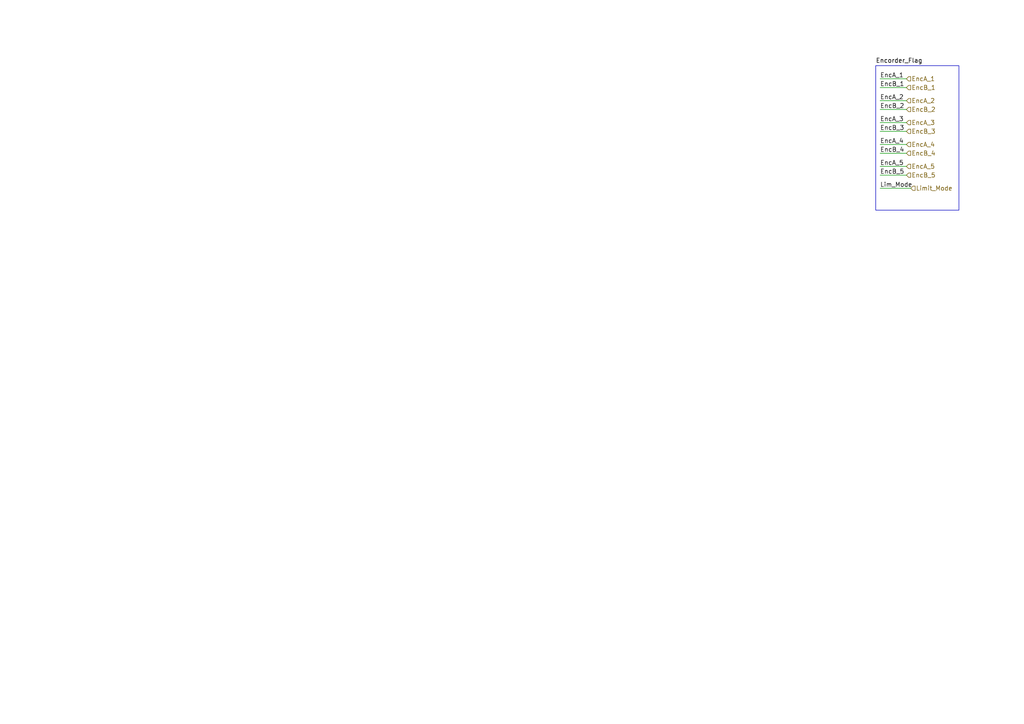
<source format=kicad_sch>
(kicad_sch
	(version 20250114)
	(generator "eeschema")
	(generator_version "9.0")
	(uuid "5ed820b6-ec3a-4825-9036-63f725f164d0")
	(paper "A4")
	(lib_symbols)
	(rectangle
		(start 254 19.05)
		(end 278.13 60.96)
		(stroke
			(width 0)
			(type default)
		)
		(fill
			(type none)
		)
		(uuid 2990283d-bd98-43a5-a9ea-ced9fe950061)
	)
	(text "Encorder_Flag"
		(exclude_from_sim no)
		(at 254 17.78 0)
		(effects
			(font
				(size 1.27 1.27)
				(thickness 0.1588)
				(color 0 0 0 1)
			)
			(justify left)
		)
		(uuid "7f9ff9df-b467-4ad7-836c-193f129071d6")
	)
	(wire
		(pts
			(xy 255.27 41.91) (xy 262.89 41.91)
		)
		(stroke
			(width 0)
			(type default)
		)
		(uuid "2bca268c-4e60-4635-977c-60d5c4916cb0")
	)
	(wire
		(pts
			(xy 255.27 48.26) (xy 262.89 48.26)
		)
		(stroke
			(width 0)
			(type default)
		)
		(uuid "2c7ce6a2-c2f2-4376-bc86-4543e4f40233")
	)
	(wire
		(pts
			(xy 255.27 25.4) (xy 262.89 25.4)
		)
		(stroke
			(width 0)
			(type default)
		)
		(uuid "3c187d33-c0ca-41d3-88f7-50d6df95908e")
	)
	(wire
		(pts
			(xy 255.27 22.86) (xy 262.89 22.86)
		)
		(stroke
			(width 0)
			(type default)
		)
		(uuid "7f06b7ed-d2ac-4e6e-a7a3-12f4c381f105")
	)
	(wire
		(pts
			(xy 255.27 29.21) (xy 262.89 29.21)
		)
		(stroke
			(width 0)
			(type default)
		)
		(uuid "8389a9fa-f6b0-4362-8c4a-96a4fffc5932")
	)
	(wire
		(pts
			(xy 255.27 54.61) (xy 264.16 54.61)
		)
		(stroke
			(width 0)
			(type default)
		)
		(uuid "85a03336-0f60-481b-8d15-3c31e4e3c6c4")
	)
	(wire
		(pts
			(xy 255.27 50.8) (xy 262.89 50.8)
		)
		(stroke
			(width 0)
			(type default)
		)
		(uuid "9bf433ea-5066-4ba1-aa0b-55f37d04fcb0")
	)
	(wire
		(pts
			(xy 255.27 31.75) (xy 262.89 31.75)
		)
		(stroke
			(width 0)
			(type default)
		)
		(uuid "be78bb52-330c-4960-9a01-6a14315c7672")
	)
	(wire
		(pts
			(xy 255.27 35.56) (xy 262.89 35.56)
		)
		(stroke
			(width 0)
			(type default)
		)
		(uuid "cd969fa7-cad5-4e53-b53d-369755bb6142")
	)
	(wire
		(pts
			(xy 255.27 38.1) (xy 262.89 38.1)
		)
		(stroke
			(width 0)
			(type default)
		)
		(uuid "d2da48d8-edea-4a7f-b648-6d3063f7e2a9")
	)
	(wire
		(pts
			(xy 255.27 44.45) (xy 262.89 44.45)
		)
		(stroke
			(width 0)
			(type default)
		)
		(uuid "e41f6607-f4cd-4cc8-bc28-cff9346b1ead")
	)
	(label "EncB_4"
		(at 255.27 44.45 0)
		(effects
			(font
				(size 1.27 1.27)
			)
			(justify left bottom)
		)
		(uuid "07f06c94-4871-4fc4-973d-8d64ec5d9897")
	)
	(label "EncB_1"
		(at 255.27 25.4 0)
		(effects
			(font
				(size 1.27 1.27)
			)
			(justify left bottom)
		)
		(uuid "5f89d795-a29b-49b5-8411-a17cf1c50bec")
	)
	(label "EncA_3"
		(at 255.27 35.56 0)
		(effects
			(font
				(size 1.27 1.27)
			)
			(justify left bottom)
		)
		(uuid "8a2e7872-8a78-4ed4-bb48-1ea24c0b7870")
	)
	(label "EncA_1"
		(at 255.27 22.86 0)
		(effects
			(font
				(size 1.27 1.27)
			)
			(justify left bottom)
		)
		(uuid "8e6b5106-9ddb-42b2-ba2f-b49d67599254")
	)
	(label "EncB_3"
		(at 255.27 38.1 0)
		(effects
			(font
				(size 1.27 1.27)
			)
			(justify left bottom)
		)
		(uuid "90665317-23e7-46e4-bc3d-31dadb34893b")
	)
	(label "EncB_2"
		(at 255.27 31.75 0)
		(effects
			(font
				(size 1.27 1.27)
			)
			(justify left bottom)
		)
		(uuid "93c69c62-c466-4598-b763-a90ebf4d2120")
	)
	(label "EncA_5"
		(at 255.27 48.26 0)
		(effects
			(font
				(size 1.27 1.27)
			)
			(justify left bottom)
		)
		(uuid "9c16f0fa-b2ed-49ec-844a-d01edbba62ee")
	)
	(label "EncA_2"
		(at 255.27 29.21 0)
		(effects
			(font
				(size 1.27 1.27)
			)
			(justify left bottom)
		)
		(uuid "a4ad91b8-ec36-44d1-9cfc-e6142cfae34a")
	)
	(label "Lim_Mode"
		(at 255.27 54.61 0)
		(effects
			(font
				(size 1.27 1.27)
			)
			(justify left bottom)
		)
		(uuid "b4c01a4f-7dda-4cda-badd-24f37bbd2e89")
	)
	(label "EncA_4"
		(at 255.27 41.91 0)
		(effects
			(font
				(size 1.27 1.27)
			)
			(justify left bottom)
		)
		(uuid "d00a6311-6aef-4c83-865a-5ec6ecb9267a")
	)
	(label "EncB_5"
		(at 255.27 50.8 0)
		(effects
			(font
				(size 1.27 1.27)
			)
			(justify left bottom)
		)
		(uuid "d28537d9-ad7b-4ed2-ae23-bafd42cc4688")
	)
	(hierarchical_label "EncA_4"
		(shape input)
		(at 262.89 41.91 0)
		(effects
			(font
				(size 1.27 1.27)
			)
			(justify left)
		)
		(uuid "1b8542a0-4f48-47b5-b88c-944f0fe28bea")
	)
	(hierarchical_label "EncB_1"
		(shape input)
		(at 262.89 25.4 0)
		(effects
			(font
				(size 1.27 1.27)
			)
			(justify left)
		)
		(uuid "2a3b5e24-39f8-44ea-b247-ab7893dd50b7")
	)
	(hierarchical_label "EncA_3"
		(shape input)
		(at 262.89 35.56 0)
		(effects
			(font
				(size 1.27 1.27)
			)
			(justify left)
		)
		(uuid "56306982-60f2-4aab-907a-f3f3223c126a")
	)
	(hierarchical_label "EncB_2"
		(shape input)
		(at 262.89 31.75 0)
		(effects
			(font
				(size 1.27 1.27)
			)
			(justify left)
		)
		(uuid "922eec29-0314-4cd5-8a14-e92b4b238e7e")
	)
	(hierarchical_label "EncB_3"
		(shape input)
		(at 262.89 38.1 0)
		(effects
			(font
				(size 1.27 1.27)
			)
			(justify left)
		)
		(uuid "94a79dbf-1a66-4457-ad08-573594cd7f52")
	)
	(hierarchical_label "EncA_5"
		(shape input)
		(at 262.89 48.26 0)
		(effects
			(font
				(size 1.27 1.27)
			)
			(justify left)
		)
		(uuid "97819b32-fb56-4608-a18a-723529836bf0")
	)
	(hierarchical_label "EncA_2"
		(shape input)
		(at 262.89 29.21 0)
		(effects
			(font
				(size 1.27 1.27)
			)
			(justify left)
		)
		(uuid "c4e76ca3-d68c-4c08-826d-5714f2c02aec")
	)
	(hierarchical_label "EncB_4"
		(shape input)
		(at 262.89 44.45 0)
		(effects
			(font
				(size 1.27 1.27)
			)
			(justify left)
		)
		(uuid "ddc21091-9d08-4cda-9dc5-cc3f04d7e1dc")
	)
	(hierarchical_label "EncA_1"
		(shape input)
		(at 262.89 22.86 0)
		(effects
			(font
				(size 1.27 1.27)
			)
			(justify left)
		)
		(uuid "de84ddfe-593c-4c22-b4d1-8b718e143058")
	)
	(hierarchical_label "Limit_Mode"
		(shape input)
		(at 264.16 54.61 0)
		(effects
			(font
				(size 1.27 1.27)
			)
			(justify left)
		)
		(uuid "e2091986-7c0a-48b8-90c7-6e94e138d7cb")
	)
	(hierarchical_label "EncB_5"
		(shape input)
		(at 262.89 50.8 0)
		(effects
			(font
				(size 1.27 1.27)
			)
			(justify left)
		)
		(uuid "f0d5511c-7e3e-414a-b109-b515b361d2e6")
	)
)

</source>
